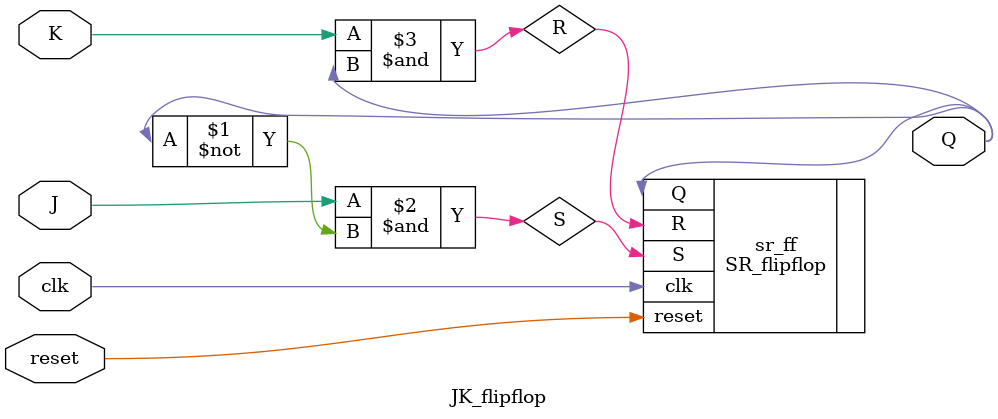
<source format=v>
`timescale 1ns / 1ps


module JK_flipflop (
    input J, K, clk, reset,
    output Q
);
    wire S, R;

    assign S = J & ~Q; // Set when J=1 and Q=0
    assign R = K & Q;  // Reset when K=1 and Q=1

    SR_flipflop sr_ff (.S(S), .R(R), .clk(clk), .reset(reset), .Q(Q));
endmodule


</source>
